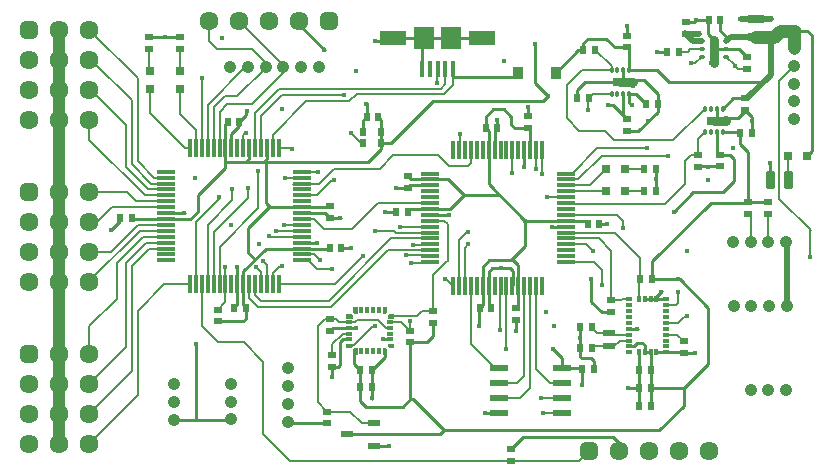
<source format=gtl>
G04 Generated by Ultiboard 14.1 *
%FSLAX25Y25*%
%MOIN*%

%ADD10C,0.00001*%
%ADD11C,0.00500*%
%ADD12C,0.01000*%
%ADD13C,0.02000*%
%ADD14C,0.04200*%
%ADD15C,0.03000*%
%ADD16C,0.00004*%
%ADD17C,0.04000*%
%ADD18R,0.02362X0.02756*%
%ADD19R,0.02756X0.02362*%
%ADD20C,0.01772*%
%ADD21O,0.02559X0.01181*%
%ADD22R,0.02559X0.04921*%
%ADD23R,0.04168X0.01084*%
%ADD24C,0.01666*%
%ADD25C,0.04156*%
%ADD26R,0.03937X0.01969*%
%ADD27C,0.06334*%
%ADD28R,0.02083X0.02083*%
%ADD29C,0.03917*%
%ADD30R,0.01181X0.01969*%
%ADD31R,0.01969X0.01181*%
%ADD32R,0.01969X0.02756*%
%ADD33R,0.03622X0.04252*%
%ADD34R,0.03150X0.03150*%
%ADD35R,0.06102X0.02362*%
%ADD36R,0.03937X0.02362*%
%ADD37R,0.02362X0.01181*%
%ADD38R,0.01181X0.02362*%
%ADD39R,0.01181X0.06102*%
%ADD40R,0.06102X0.01181*%
%ADD41O,0.01181X0.02559*%
%ADD42R,0.04921X0.02559*%
%ADD43R,0.01084X0.04168*%
%ADD44R,0.01575X0.05315*%
%ADD45R,0.07087X0.07480*%
%ADD46R,0.09055X0.05118*%


G04 ColorRGB 00FF00 for the following layer *
%LNCopper Top*%
%LPD*%
G54D10*
G54D11*
X83140Y109226D02*
X83140Y121040D01*
X91200Y129100D01*
X145000Y129100D01*
X146559Y130659D01*
X146559Y135469D01*
X85108Y109226D02*
X85108Y119908D01*
X92300Y127100D01*
X112800Y127100D01*
X143800Y130900D02*
X143800Y135269D01*
X89045Y109226D02*
X89045Y113645D01*
X100200Y124800D01*
X114500Y124800D01*
X117000Y127300D01*
X146100Y127300D01*
X149118Y130318D01*
X149118Y132900D01*
X169301Y132900D02*
X170801Y134400D01*
X79203Y109226D02*
X79203Y113503D01*
X80000Y114300D01*
X98888Y73792D02*
X102808Y73792D01*
X104800Y71800D01*
X135300Y71100D02*
X141226Y71100D01*
X180600Y92800D02*
X186548Y92800D01*
X65400Y132100D02*
X65400Y132600D01*
X73297Y57897D02*
X73297Y69697D01*
X98888Y81667D02*
X90067Y81667D01*
X98888Y79698D02*
X88002Y79698D01*
X91014Y63950D02*
X109950Y63950D01*
X119300Y73300D01*
X133400Y73500D02*
X141067Y73500D01*
X146898Y65700D02*
X149236Y63362D01*
X89045Y67545D02*
X91500Y70000D01*
X92000Y70000D01*
X89045Y63950D02*
X89045Y67545D01*
X87077Y63950D02*
X87077Y70323D01*
X85900Y71500D01*
X135700Y77000D02*
X141220Y77000D01*
X98888Y101352D02*
X104148Y101352D01*
X168900Y101100D02*
X168900Y108617D01*
X224537Y141400D02*
X227400Y141400D01*
X228300Y142300D01*
X232163Y142300D01*
X201994Y135200D02*
X201994Y136443D01*
X196537Y141900D01*
X201994Y127326D02*
X195763Y127326D01*
X244137Y135763D02*
X247200Y135763D01*
X230800Y106937D02*
X230800Y112131D01*
X233194Y114526D01*
X200298Y95100D02*
X186880Y95100D01*
X200298Y102400D02*
X194798Y96900D01*
X186711Y96900D01*
X254300Y77882D02*
X254300Y87363D01*
X248394Y77882D02*
X248394Y86369D01*
X247500Y87263D01*
X220152Y47047D02*
X223853Y47047D01*
X226000Y44900D01*
X201100Y47631D02*
X201683Y47047D01*
X207848Y47047D01*
X202900Y43300D02*
X204679Y45079D01*
X207848Y45079D01*
X196137Y43300D02*
X202900Y43300D01*
X196137Y43300D02*
X195437Y42600D01*
X201100Y47631D02*
X197242Y47631D01*
X195400Y49472D01*
X205137Y58537D02*
X205458Y58858D01*
X207848Y58858D01*
X211047Y58858D02*
X211047Y65284D01*
X211463Y65700D01*
X176795Y63362D02*
X176795Y35705D01*
X181600Y30900D01*
X185630Y30900D01*
X174827Y63362D02*
X174827Y29127D01*
X171600Y25900D01*
X164370Y25900D01*
X172858Y63362D02*
X172858Y33258D01*
X170500Y30900D01*
X164370Y30900D01*
X166953Y63362D02*
X166953Y42353D01*
X201800Y75000D02*
X197690Y79110D01*
X186638Y79110D01*
X110200Y52300D02*
X111147Y51353D01*
X114510Y47416D02*
X112316Y47416D01*
X108900Y44000D01*
X108900Y40300D01*
X104200Y50000D02*
X106500Y52300D01*
X110200Y52300D01*
X134800Y48400D02*
X131847Y51353D01*
X128290Y51353D01*
X134900Y48400D02*
X134900Y51700D01*
X131600Y83000D02*
X141315Y83000D01*
X213900Y109200D02*
X197300Y109200D01*
X188864Y100764D01*
X186638Y100764D01*
X114631Y43600D02*
X116100Y43600D01*
X122500Y50000D01*
X123000Y50000D01*
X123000Y81600D02*
X129600Y81600D01*
X130200Y81000D01*
X141283Y81000D01*
X111147Y51353D02*
X116453Y51353D01*
X117100Y52000D01*
X124100Y52000D01*
X164370Y35900D02*
X163200Y35900D01*
X155142Y43958D01*
X155142Y63362D01*
X203021Y81079D02*
X211463Y72637D01*
X211463Y65700D01*
X186638Y81079D02*
X203021Y81079D01*
X151500Y114000D02*
X151500Y108933D01*
X98888Y85604D02*
X102896Y85604D01*
X106200Y82300D01*
X115400Y82300D01*
X124021Y90921D01*
X141362Y90921D01*
X98888Y93478D02*
X103778Y93478D01*
X108900Y98600D01*
X109400Y98600D01*
X91014Y109226D02*
X95274Y109226D01*
X186638Y71236D02*
X196064Y71236D01*
X198800Y68500D01*
X198800Y63600D01*
X224000Y61400D02*
X224000Y57500D01*
X223390Y56890D01*
X220152Y56890D01*
X186638Y77142D02*
X193558Y77142D01*
X195700Y75000D01*
X227000Y53000D02*
X226200Y53000D01*
X224184Y50984D01*
X220152Y50984D01*
X151205Y63362D02*
X151205Y78505D01*
X154300Y81600D01*
X153173Y63362D02*
X153173Y76073D01*
X154300Y77200D01*
X164700Y48500D02*
X164700Y63078D01*
X176795Y102395D02*
X176795Y108638D01*
X178764Y108638D02*
X178764Y100636D01*
X67392Y63950D02*
X67392Y83692D01*
X75500Y91800D01*
X75500Y95500D01*
X194300Y121800D02*
X194300Y125863D01*
X195763Y127326D01*
X69360Y63950D02*
X69360Y81160D01*
X80900Y92700D01*
X80900Y95900D01*
X243250Y136650D02*
X244137Y135763D01*
X240159Y139741D02*
X243050Y136850D01*
X228400Y137500D02*
X229922Y137500D01*
X232163Y139741D01*
X85108Y63950D02*
X85108Y67992D01*
X83600Y69500D01*
X192000Y135200D02*
X187000Y130200D01*
X187000Y119200D01*
X191300Y114900D01*
X199800Y114900D01*
X202900Y111800D01*
X222594Y111800D01*
X233194Y122400D01*
X98888Y71824D02*
X100776Y71824D01*
X103700Y68900D01*
X108900Y68900D01*
X201800Y58537D02*
X201800Y75000D01*
X201800Y58537D02*
X205137Y58537D01*
X65423Y63950D02*
X65423Y49877D01*
X70700Y44600D01*
X79400Y44600D01*
X85900Y38100D01*
X85900Y13800D01*
X205900Y85000D02*
X203916Y86984D01*
X186638Y86984D01*
X205900Y82700D02*
X205900Y85000D01*
X128290Y49384D02*
X126716Y49384D01*
X124100Y52000D01*
X71329Y76429D02*
X84200Y89300D01*
X71329Y63950D02*
X71329Y76429D01*
X84200Y89300D02*
X84200Y101400D01*
X65400Y118600D02*
X65400Y132100D01*
X141362Y85016D02*
X146284Y85016D01*
X147400Y83900D01*
X131121Y53321D02*
X128290Y53321D01*
X131150Y53350D02*
X137250Y53350D01*
X138900Y55000D01*
X142600Y55000D01*
X104615Y97415D02*
X109500Y102300D01*
X124800Y102300D01*
X129300Y106800D01*
X144200Y106800D01*
X155142Y104242D02*
X155142Y108638D01*
X147700Y103300D02*
X154200Y103300D01*
X144200Y106800D02*
X147700Y103300D01*
X154200Y103300D02*
X155142Y104242D01*
X95837Y97415D02*
X104615Y97415D01*
X119198Y110800D02*
X118600Y110800D01*
X115200Y114200D01*
X63455Y84555D02*
X71300Y92400D01*
X63455Y63950D02*
X63455Y84555D01*
X71300Y92400D02*
X71300Y93000D01*
X185630Y20900D02*
X179300Y20900D01*
X185630Y25900D02*
X178300Y25900D01*
X220917Y106683D02*
X198783Y106683D01*
X190895Y98795D02*
X186638Y98795D01*
X198783Y106683D02*
X190895Y98795D01*
X186938Y90621D02*
X219721Y90621D01*
X226700Y97600D01*
X226500Y97400D02*
X226500Y105100D01*
X228337Y106937D01*
X230800Y106937D01*
X47800Y142313D02*
X47800Y135200D01*
X201994Y135200D02*
X192000Y135200D01*
X206400Y102400D02*
X212863Y102400D01*
X206400Y95100D02*
X212963Y95100D01*
X122728Y17540D02*
X118760Y17540D01*
X114900Y21400D01*
X107300Y21400D01*
X104200Y24500D01*
X104200Y50000D01*
X142600Y55000D02*
X142600Y66800D01*
X147300Y71500D01*
X147400Y71500D01*
X147400Y83900D02*
X147400Y71500D01*
X82200Y142200D02*
X70500Y142200D01*
X67900Y144800D01*
X67900Y151700D01*
X86706Y136006D02*
X86706Y137694D01*
X82200Y142200D01*
X92611Y134211D02*
X92611Y136989D01*
X77900Y151700D01*
X94900Y4800D02*
X169000Y4800D01*
X85900Y13800D02*
X94900Y4800D01*
X168400Y4900D02*
X191100Y4900D01*
X194400Y8200D01*
X257800Y131476D02*
X262918Y136594D01*
X268400Y81800D02*
X257800Y92400D01*
X257800Y131476D01*
X260900Y98800D02*
X260900Y106500D01*
X268000Y73000D02*
X268000Y82200D01*
X58000Y142313D02*
X58000Y135000D01*
X61486Y63950D02*
X52950Y63950D01*
X44000Y55000D01*
X44000Y26783D01*
X27917Y10700D01*
X81171Y63950D02*
X81171Y59429D01*
X84300Y56300D01*
X108600Y56300D01*
X127473Y75173D01*
X141362Y75173D01*
X83140Y63950D02*
X83140Y60260D01*
X85000Y58400D01*
X107800Y58400D01*
X128510Y79110D01*
X141362Y79110D01*
X71329Y109226D02*
X71329Y121329D01*
X73800Y123800D01*
X82200Y123800D01*
X92611Y134211D01*
X69360Y109226D02*
X69360Y122960D01*
X73000Y126600D01*
X77300Y126600D01*
X86706Y136006D01*
X67392Y109226D02*
X67392Y123592D01*
X79918Y136118D01*
X80800Y136118D01*
X65423Y109226D02*
X65423Y118577D01*
X65400Y118600D01*
X53612Y99383D02*
X49617Y99383D01*
X44000Y105000D01*
X44000Y132504D01*
X27917Y148588D01*
X53612Y97415D02*
X48585Y97415D01*
X42000Y104000D01*
X42000Y125300D01*
X29217Y138083D01*
X27917Y138083D01*
X53612Y95446D02*
X47554Y95446D01*
X40000Y103000D01*
X40000Y117000D01*
X28412Y128588D01*
X53612Y93478D02*
X46522Y93478D01*
X27917Y112083D01*
X27917Y118588D01*
X53612Y91509D02*
X43491Y91509D01*
X40356Y94644D01*
X27917Y94644D01*
X53612Y89541D02*
X35459Y89541D01*
X30563Y84644D01*
X27917Y84644D01*
X53612Y83635D02*
X44221Y83635D01*
X35230Y74644D01*
X27917Y74644D01*
X53612Y81667D02*
X44666Y81666D01*
X27917Y64917D01*
X53612Y79698D02*
X45698Y79698D01*
X37000Y71000D01*
X37000Y59000D01*
X27917Y49917D01*
X27917Y40700D01*
X53612Y77730D02*
X46729Y77729D01*
X40000Y71000D01*
X40000Y42783D01*
X27917Y30700D01*
X53612Y75761D02*
X47761Y75761D01*
X42000Y70000D01*
X42000Y34800D01*
X34000Y26800D01*
X34000Y26783D02*
X27917Y20700D01*
X73297Y117297D02*
X74000Y118000D01*
X92818Y83582D02*
X98835Y83582D01*
X98888Y99383D02*
X93283Y99383D01*
X63455Y109226D02*
X63455Y115345D01*
X58100Y120700D01*
X58100Y128798D01*
X61486Y109226D02*
X59874Y109226D01*
X48000Y121100D01*
X48000Y128898D01*
X73297Y57897D02*
X70800Y55400D01*
X38063Y86000D02*
X38063Y85063D01*
G54D12*
X149118Y132900D02*
X169301Y132900D01*
X77937Y118000D02*
X80300Y120363D01*
X80300Y121900D01*
X42396Y85604D02*
X61604Y85604D01*
X64100Y88100D01*
X81171Y109226D02*
X81171Y105471D01*
X80200Y104500D01*
X87077Y109226D02*
X87077Y105577D01*
X86000Y104500D01*
X73297Y104500D02*
X86000Y104500D01*
X79203Y56797D02*
X79203Y68303D01*
X86661Y75761D01*
X107761Y75761D01*
X98888Y77730D02*
X103730Y77730D01*
X111937Y76000D02*
X115100Y76000D01*
X86050Y104550D02*
X120750Y104550D01*
X125300Y109100D01*
X87841Y89541D02*
X107541Y89541D01*
X87841Y89541D02*
X80900Y82600D01*
X80900Y74400D01*
X83100Y72200D01*
X135205Y98795D02*
X134000Y100000D01*
X141362Y96827D02*
X134764Y96827D01*
X134000Y96063D01*
X134953Y88953D02*
X134000Y88000D01*
X161047Y114953D02*
X160000Y116000D01*
X163016Y108638D02*
X163016Y115079D01*
X163937Y116000D01*
X174827Y115173D02*
X174000Y116000D01*
X163937Y116000D02*
X163937Y118537D01*
X174000Y119937D02*
X174000Y122800D01*
X197937Y84000D02*
X200400Y84000D01*
X161047Y56890D02*
X161937Y56000D01*
X170890Y56890D02*
X170000Y56000D01*
X263218Y148306D02*
X267194Y148306D01*
X230100Y151900D02*
X234163Y151900D01*
X236100Y145300D02*
X234200Y147200D01*
X234200Y151937D01*
X237000Y137700D02*
X235200Y137700D01*
X238300Y148296D02*
X240037Y146559D01*
X240037Y144859D01*
X238300Y152100D02*
X238300Y148296D01*
X220600Y141400D02*
X217200Y141400D01*
X183399Y134400D02*
X190899Y141900D01*
X192600Y141900D01*
X192600Y144300D01*
X194000Y145700D01*
X200300Y145700D01*
X203200Y142800D01*
X207300Y142800D01*
X190600Y126100D02*
X190600Y128600D01*
X193200Y131200D01*
X205931Y135200D02*
X205931Y132231D01*
X207900Y127326D02*
X210074Y127326D01*
X213400Y124000D01*
X205931Y127326D02*
X205931Y120169D01*
X207300Y146737D02*
X207300Y150100D01*
X207900Y142200D02*
X207900Y135200D01*
X236100Y142300D02*
X244600Y142300D01*
X247200Y139700D01*
X207900Y135200D02*
X217300Y135200D01*
X221250Y131250D01*
X252650Y131250D01*
X239100Y114526D02*
X244474Y114526D01*
X248737Y114200D02*
X248737Y119763D01*
X246600Y121900D01*
X237131Y114526D02*
X237131Y107969D01*
X238000Y107100D01*
X237131Y119431D02*
X237131Y122400D01*
X204900Y131200D02*
X193200Y131200D01*
X230963Y103163D02*
X238000Y103163D01*
X247500Y91200D02*
X254200Y91200D01*
X244800Y114200D02*
X244800Y110500D01*
X247500Y107800D01*
X247500Y91200D01*
X217337Y127363D02*
X212800Y131900D01*
X209300Y131900D01*
X207100Y115063D02*
X210963Y115063D01*
X217337Y121437D01*
X217337Y127363D01*
X216953Y41142D02*
X225821Y41142D01*
X226000Y40963D02*
X229863Y40963D01*
X191463Y49472D02*
X191463Y42637D01*
X207848Y49016D02*
X210684Y49016D01*
X213016Y58858D02*
X220152Y58858D01*
X213016Y41142D02*
X214984Y41142D01*
X207848Y43110D02*
X209410Y43110D01*
X210500Y44200D01*
X212300Y44200D01*
X213016Y43484D01*
X213016Y41142D01*
X215167Y23200D02*
X215167Y40959D01*
X211230Y23200D02*
X211230Y40959D01*
X211167Y29200D02*
X207600Y29200D01*
X185630Y35900D02*
X192100Y35900D01*
X191500Y42600D02*
X191500Y39700D01*
X192000Y39200D01*
X195300Y39200D01*
X196237Y38263D01*
X196237Y35700D01*
X170000Y52063D02*
X170000Y48300D01*
X186638Y83047D02*
X181947Y83047D01*
X215400Y65700D02*
X215400Y71500D01*
X235000Y91100D01*
X247400Y91100D01*
X215400Y65700D02*
X224700Y65700D01*
X234300Y56100D01*
X234300Y37300D01*
X226200Y29200D01*
X215104Y29200D01*
X118200Y35400D02*
X116200Y37400D01*
X116200Y41231D01*
X122137Y35400D02*
X126321Y39584D01*
X122137Y25637D02*
X122137Y35400D01*
X126321Y39584D02*
X126321Y41510D01*
X128290Y45447D02*
X125747Y45447D01*
X109221Y49384D02*
X108200Y48363D01*
X114510Y45447D02*
X112447Y45447D01*
X111600Y44600D01*
X111600Y37100D01*
X110863Y36363D01*
X108900Y36363D01*
X108900Y33000D01*
X216953Y59753D02*
X218800Y61600D01*
X109221Y49384D02*
X116784Y49384D01*
X172858Y108638D02*
X172858Y102958D01*
X168600Y117100D02*
X169700Y116000D01*
X174000Y116000D01*
X169300Y71900D02*
X170890Y70310D01*
X170890Y56890D02*
X170890Y70310D01*
X159079Y69679D02*
X161300Y71900D01*
X169300Y71900D01*
X159079Y57079D02*
X159079Y69679D01*
X161047Y56890D02*
X161047Y67947D01*
X162300Y69200D01*
X168200Y69200D01*
X169000Y68400D01*
X169000Y63441D01*
X174827Y108638D02*
X174827Y115173D01*
X173184Y85016D02*
X192984Y85016D01*
X173184Y85016D02*
X161047Y97153D01*
X161047Y114953D01*
X135205Y98795D02*
X147405Y98795D01*
X152650Y93550D01*
X164650Y93550D01*
X134953Y88953D02*
X148053Y88953D01*
X152650Y93550D01*
X168600Y71900D02*
X173184Y76484D01*
X173184Y85016D01*
X130063Y88000D02*
X126300Y88000D01*
X134000Y96063D02*
X130037Y96063D01*
X141362Y86984D02*
X147916Y86984D01*
X229300Y94500D02*
X239200Y94500D01*
X242900Y98200D01*
X242900Y105600D01*
X241400Y107100D01*
X238000Y107100D01*
X125300Y110800D02*
X128500Y110800D01*
X142500Y124800D01*
X179100Y124800D01*
X180800Y126500D01*
X200700Y123600D02*
X202500Y123600D01*
X207100Y119000D01*
X207900Y127326D02*
X207900Y124400D01*
X208700Y123600D01*
X63500Y43800D02*
X63500Y18794D01*
X63400Y18694D01*
X86800Y104550D02*
X86800Y90841D01*
X88100Y89541D01*
X195300Y65500D02*
X195300Y58000D01*
X198700Y54600D01*
X201800Y54600D01*
X185630Y35900D02*
X185630Y39270D01*
X182600Y42300D01*
X157700Y49800D02*
X157700Y55700D01*
X159079Y57079D01*
X226000Y29200D02*
X226000Y23300D01*
X192200Y30300D02*
X192200Y35600D01*
X64100Y93500D02*
X73297Y102697D01*
X73297Y117297D01*
X64100Y88100D02*
X64100Y93500D01*
X138882Y135469D02*
X138882Y145409D01*
X129236Y146000D02*
X158764Y146000D01*
X134900Y44463D02*
X140563Y44463D01*
X142600Y46500D01*
X142600Y51063D01*
X226700Y151337D02*
X229737Y151337D01*
X164370Y20900D02*
X159600Y20900D01*
X229300Y94500D02*
X222800Y88000D01*
X47800Y146250D02*
X58100Y146250D01*
X216800Y95200D02*
X216800Y102400D01*
X246600Y121500D02*
X244300Y119200D01*
X240000Y119200D01*
X239100Y122400D02*
X242537Y125837D01*
X246600Y125837D01*
X134900Y25500D02*
X134900Y44463D01*
X118200Y25000D02*
X118200Y35400D01*
X118200Y25000D02*
X120100Y23100D01*
X132500Y23100D01*
X134900Y25500D01*
X113672Y13800D02*
X144900Y13800D01*
X122728Y10060D02*
X127140Y10060D01*
X107300Y17463D02*
X94744Y17463D01*
X204400Y8200D02*
X204400Y10800D01*
X202400Y12800D02*
X172363Y12800D01*
X168400Y8837D01*
X204400Y10800D02*
X202400Y12800D01*
X160000Y116000D02*
X160000Y119700D01*
X162500Y122200D01*
X166100Y122200D01*
X168600Y119700D01*
X168600Y119500D02*
X168600Y117100D01*
X268700Y146800D02*
X268700Y108198D01*
X267002Y106500D01*
X254800Y98700D02*
X254800Y104500D01*
X129236Y146000D02*
X128236Y145000D01*
X122900Y145000D01*
X217900Y15200D02*
X146300Y15200D01*
X226000Y23300D02*
X217900Y15200D01*
X144900Y13800D02*
X146300Y15200D01*
X135800Y25700D01*
X134900Y25700D01*
X267194Y148306D02*
X268700Y146800D01*
X106350Y141950D02*
X97900Y150400D01*
X97900Y151700D02*
X97900Y150400D01*
X176400Y143900D02*
X176500Y143800D01*
X176400Y143800D02*
X176400Y130900D01*
X180800Y126500D01*
X119198Y114540D02*
X119198Y118535D01*
X120363Y119700D01*
X124016Y119700D02*
X124300Y119700D01*
X125300Y109100D02*
X125300Y118700D01*
X124300Y119700D01*
X120363Y119700D02*
X120363Y124263D01*
X120500Y124400D01*
X79203Y56797D02*
X80000Y56000D01*
X80000Y52300D02*
X80000Y56000D01*
X79163Y51463D02*
X80000Y52300D01*
X70800Y51463D02*
X79163Y51463D01*
X56282Y18694D02*
X74982Y18694D01*
X77234Y57171D02*
X77234Y69566D01*
X77234Y57171D02*
X76063Y56000D01*
X98888Y87572D02*
X106491Y87572D01*
X108000Y86063D01*
X111637Y86063D01*
X75266Y109226D02*
X75266Y113829D01*
X77937Y116500D01*
X77937Y118000D01*
X53612Y87572D02*
X59672Y87572D01*
X38063Y85063D02*
X35000Y82000D01*
G54D13*
X245200Y152400D02*
X255200Y152400D01*
X240159Y144859D02*
X241700Y146400D01*
X249900Y146400D01*
X232163Y144859D02*
X229241Y144859D01*
X255000Y133600D02*
X255000Y146400D01*
X247237Y125837D02*
X255000Y133600D01*
X226600Y147500D02*
X229241Y144859D01*
X260406Y56482D02*
X260406Y77682D01*
X226700Y147400D02*
X231200Y147400D01*
G54D14*
X258206Y148306D02*
X256300Y146400D01*
X263218Y148306D02*
X258206Y148306D01*
X256300Y146400D02*
X249900Y146400D01*
X262918Y148406D02*
X262918Y142500D01*
G54D15*
X236100Y137600D02*
X236100Y145300D01*
X204900Y131200D02*
X209300Y131200D01*
X236100Y118400D02*
X240300Y118400D01*
G54D16*
G36*
X113526Y42888D02*
X113526Y42888D01*
X113526Y44069D01*
X115494Y44069D01*
X115494Y43282D01*
X115101Y42888D01*
X113526Y42888D01*
D02*
G37*
X113526Y44069D01*
X115494Y44069D01*
X115494Y43282D01*
X115101Y42888D01*
X113526Y42888D01*
G36*
X115888Y40526D02*
X115888Y40526D01*
X117069Y40526D01*
X117069Y42494D01*
X116282Y42494D01*
X115888Y42101D01*
X115888Y40526D01*
D02*
G37*
X117069Y40526D01*
X117069Y42494D01*
X116282Y42494D01*
X115888Y42101D01*
X115888Y40526D01*
G36*
X126912Y40526D02*
X126912Y40526D01*
X125731Y40526D01*
X125731Y42494D01*
X126518Y42494D01*
X126912Y42101D01*
X126912Y40526D01*
D02*
G37*
X125731Y40526D01*
X125731Y42494D01*
X126518Y42494D01*
X126912Y42101D01*
X126912Y40526D01*
G36*
X129274Y42888D02*
X129274Y42888D01*
X129274Y44069D01*
X127306Y44069D01*
X127306Y43282D01*
X127699Y42888D01*
X129274Y42888D01*
D02*
G37*
X129274Y44069D01*
X127306Y44069D01*
X127306Y43282D01*
X127699Y42888D01*
X129274Y42888D01*
G36*
X115888Y56274D02*
X115888Y56274D01*
X117069Y56274D01*
X117069Y54306D01*
X116282Y54306D01*
X115888Y54699D01*
X115888Y56274D01*
D02*
G37*
X117069Y56274D01*
X117069Y54306D01*
X116282Y54306D01*
X115888Y54699D01*
X115888Y56274D01*
G36*
X113526Y53912D02*
X113526Y53912D01*
X113526Y52731D01*
X115494Y52731D01*
X115494Y53518D01*
X115101Y53912D01*
X113526Y53912D01*
D02*
G37*
X113526Y52731D01*
X115494Y52731D01*
X115494Y53518D01*
X115101Y53912D01*
X113526Y53912D01*
G36*
X126912Y56274D02*
X126912Y56274D01*
X125731Y56274D01*
X125731Y54306D01*
X126518Y54306D01*
X126912Y54699D01*
X126912Y56274D01*
D02*
G37*
X125731Y56274D01*
X125731Y54306D01*
X126518Y54306D01*
X126912Y54699D01*
X126912Y56274D01*
G36*
X129274Y53912D02*
X129274Y53912D01*
X129274Y52731D01*
X127306Y52731D01*
X127306Y53518D01*
X127699Y53912D01*
X129274Y53912D01*
D02*
G37*
X129274Y52731D01*
X127306Y52731D01*
X127306Y53518D01*
X127699Y53912D01*
X129274Y53912D01*
G54D17*
X17917Y148588D02*
X17917Y20700D01*
X17917Y10700D01*
G54D18*
X77937Y118000D03*
X74000Y118000D03*
X108000Y76000D03*
X111937Y76000D03*
X160000Y116000D03*
X163937Y116000D03*
X197937Y84000D03*
X194000Y84000D03*
X217337Y124000D03*
X213400Y124000D03*
X192600Y141900D03*
X196537Y141900D03*
X220600Y141400D03*
X224537Y141400D03*
X244800Y114200D03*
X248737Y114200D03*
X215104Y29200D03*
X211167Y29200D03*
X192300Y35700D03*
X196237Y35700D03*
X191500Y42600D03*
X195437Y42600D03*
X161937Y56000D03*
X158000Y56000D03*
X118200Y29600D03*
X122137Y29600D03*
X122137Y35400D03*
X118200Y35400D03*
X215167Y23200D03*
X211230Y23200D03*
X215167Y35200D03*
X211230Y35200D03*
X191463Y49472D03*
X195400Y49472D03*
X76063Y56000D03*
X80000Y56000D03*
X211463Y65700D03*
X215400Y65700D03*
X38063Y86000D03*
X42000Y86000D03*
X238300Y152100D03*
X234363Y152100D03*
X190600Y126100D03*
X194537Y126100D03*
X134000Y88000D03*
X130063Y88000D03*
X212863Y102400D03*
X216800Y102400D03*
X216900Y95100D03*
X212963Y95100D03*
X120363Y119700D03*
X124300Y119700D03*
G54D19*
X108000Y86063D03*
X108000Y90000D03*
X226000Y44900D03*
X226000Y40963D03*
X201800Y54600D03*
X201800Y58537D03*
X254300Y91300D03*
X254300Y87363D03*
X207300Y142800D03*
X207300Y146737D03*
X142600Y55000D03*
X142600Y51063D03*
X174000Y119937D03*
X174000Y116000D03*
X207100Y119000D03*
X207100Y115063D03*
X226700Y147400D03*
X226700Y151337D03*
X247500Y91200D03*
X247500Y87263D03*
X134000Y100000D03*
X134000Y96063D03*
X170000Y52063D03*
X170000Y56000D03*
X70800Y55400D03*
X70800Y51463D03*
X108200Y52300D03*
X108200Y48363D03*
X108900Y36363D03*
X108900Y40300D03*
X134900Y48400D03*
X134900Y44463D03*
X247200Y135763D03*
X247200Y139700D03*
X230800Y103000D03*
X230800Y106937D03*
X238000Y103163D03*
X238000Y107100D03*
X246600Y125837D03*
X246600Y121900D03*
X107300Y21400D03*
X107300Y17463D03*
X47800Y146250D03*
X47800Y142313D03*
X58100Y146250D03*
X58100Y142313D03*
X168400Y4900D03*
X168400Y8837D03*
G54D20*
X112800Y127100D03*
X143800Y130900D03*
X80100Y114300D03*
X115200Y114200D03*
X104800Y71800D03*
X135300Y71100D03*
X71300Y93000D03*
X180600Y92800D03*
X65400Y132600D03*
X73297Y69697D03*
X72000Y146000D03*
X90067Y81667D03*
X87900Y79800D03*
X119300Y73300D03*
X133400Y73500D03*
X92000Y70000D03*
X146600Y65700D03*
X85700Y71500D03*
X84600Y77300D03*
X135700Y77000D03*
X104300Y101200D03*
X168900Y101100D03*
X166800Y42200D03*
X134900Y51700D03*
X131600Y83000D03*
X220917Y106683D03*
X213900Y109200D03*
X123000Y50000D03*
X123000Y81600D03*
X151500Y114000D03*
X109400Y98600D03*
X234200Y98600D03*
X95500Y109000D03*
X242500Y109400D03*
X198800Y63600D03*
X224000Y61400D03*
X195700Y75000D03*
X227000Y53300D03*
X154100Y81400D03*
X154300Y77200D03*
X164700Y48500D03*
X176700Y102300D03*
X180300Y54500D03*
X178764Y100636D03*
X182900Y50100D03*
X75500Y95500D03*
X194300Y121800D03*
X80900Y95900D03*
X116900Y135100D03*
X84000Y101600D03*
X228400Y137500D03*
X83600Y69500D03*
X166100Y138400D03*
X108900Y68900D03*
X268000Y73000D03*
X180800Y126500D03*
X200700Y123600D03*
X208700Y123600D03*
X63500Y43800D03*
X195300Y65500D03*
X182600Y42300D03*
X157700Y49800D03*
X192200Y30300D03*
X179200Y20800D03*
X222700Y88000D03*
X227000Y75000D03*
X178400Y25800D03*
X229400Y147500D03*
X106200Y142100D03*
X92200Y122200D03*
X243200Y136700D03*
X176400Y143800D03*
X92818Y83582D03*
X75082Y83582D03*
X93100Y99200D03*
X63200Y99200D03*
X173200Y85000D03*
X224000Y65700D03*
X231300Y147500D03*
X205900Y82700D03*
X77200Y69500D03*
X111500Y86000D03*
X80400Y121700D03*
X59400Y87500D03*
X103700Y77700D03*
X120300Y124100D03*
X35000Y82000D03*
X115000Y75900D03*
X216700Y98800D03*
X244800Y152300D03*
X255100Y152500D03*
X235200Y137700D03*
X237000Y137700D03*
X230300Y151900D03*
X182000Y83000D03*
X163900Y118500D03*
X130200Y96000D03*
X147800Y86900D03*
X165100Y69200D03*
X172800Y103000D03*
X159700Y20900D03*
X126400Y88000D03*
X170000Y48300D03*
X200500Y84000D03*
X174100Y122800D03*
X234300Y103100D03*
X191500Y46100D03*
X123200Y145000D03*
X207400Y29300D03*
X229700Y41000D03*
X218600Y61400D03*
X210600Y48900D03*
X116700Y49400D03*
X108800Y33000D03*
X122100Y26000D03*
X125800Y45500D03*
X209300Y131900D03*
X209200Y129900D03*
X214300Y118400D03*
X240000Y119200D03*
X240000Y117300D03*
X248700Y118300D03*
X127814Y10000D03*
X207300Y149900D03*
X217300Y141400D03*
X254800Y104300D03*
X53000Y146200D03*
G54D21*
X232163Y144859D03*
X240037Y144859D03*
X232163Y142300D03*
X232163Y139741D03*
X240037Y142300D03*
X240037Y139741D03*
G54D22*
X236100Y142300D03*
G54D23*
X249900Y152400D03*
X249900Y146400D03*
G54D24*
X247816Y151858D02*
X251984Y151858D01*
X251984Y152942D01*
X247816Y152942D01*
X247816Y151858D01*D02*
X247816Y145858D02*
X251984Y145858D01*
X251984Y146942D01*
X247816Y146942D01*
X247816Y145858D01*D02*
X254258Y96616D02*
X255342Y96616D01*
X255342Y100784D01*
X254258Y100784D01*
X254258Y96616D01*D02*
X260258Y96616D02*
X261342Y96616D01*
X261342Y100784D01*
X260258Y100784D01*
X260258Y96616D01*D02*
G54D25*
X248394Y28718D03*
X254300Y28718D03*
X260206Y28718D03*
X56282Y18694D03*
X56282Y24600D03*
X56282Y30506D03*
X75082Y18794D03*
X75082Y24700D03*
X75082Y30606D03*
X260406Y56482D03*
X254500Y56482D03*
X248594Y56482D03*
X242689Y56482D03*
X74894Y136118D03*
X80800Y136118D03*
X86706Y136118D03*
X92611Y136118D03*
X98517Y136118D03*
X104422Y136118D03*
X260206Y77882D03*
X254300Y77882D03*
X248394Y77882D03*
X242489Y77882D03*
X94118Y18089D03*
X94118Y23994D03*
X94118Y29900D03*
X94118Y35806D03*
X262918Y148406D03*
X262918Y142500D03*
X262918Y136594D03*
X262918Y130689D03*
X262918Y124783D03*
X262918Y118878D03*
G54D26*
X201100Y43300D03*
X201100Y47631D03*
G54D27*
X17917Y20700D03*
X17917Y40700D03*
X17917Y30700D03*
X17917Y10700D03*
X7917Y20700D03*
X7917Y30700D03*
X7917Y10700D03*
X27917Y40700D03*
X27917Y30700D03*
X27917Y20700D03*
X27917Y10700D03*
X17917Y74644D03*
X17917Y94644D03*
X17917Y84644D03*
X17917Y64644D03*
X7917Y74644D03*
X7917Y84644D03*
X7917Y64644D03*
X27917Y94644D03*
X27917Y84644D03*
X27917Y74644D03*
X27917Y64644D03*
X17917Y128588D03*
X17917Y148588D03*
X17917Y138588D03*
X17917Y118588D03*
X7917Y128588D03*
X7917Y138588D03*
X7917Y118588D03*
X27917Y148588D03*
X27917Y138588D03*
X27917Y128588D03*
X27917Y118588D03*
X204400Y8200D03*
X214400Y8200D03*
X234400Y8200D03*
X224400Y8200D03*
X97900Y151700D03*
X87900Y151700D03*
X67900Y151700D03*
X77900Y151700D03*
G54D28*
X7917Y40700D03*
X7917Y94644D03*
X7917Y148588D03*
X194400Y8200D03*
X107900Y151700D03*
G54D29*
X6876Y39659D02*
X8958Y39659D01*
X8958Y41741D01*
X6876Y41741D01*
X6876Y39659D01*D02*
X6876Y93603D02*
X8958Y93603D01*
X8958Y95685D01*
X6876Y95685D01*
X6876Y93603D01*D02*
X6876Y147547D02*
X8958Y147547D01*
X8958Y149629D01*
X6876Y149629D01*
X6876Y147547D01*D02*
X193359Y7159D02*
X195441Y7159D01*
X195441Y9241D01*
X193359Y9241D01*
X193359Y7159D01*D02*
X106859Y150659D02*
X108941Y150659D01*
X108941Y152741D01*
X106859Y152741D01*
X106859Y150659D01*D02*
G54D30*
X118447Y41510D03*
X120416Y41510D03*
X122384Y41510D03*
X124353Y41510D03*
X118447Y55290D03*
X120416Y55290D03*
X122384Y55290D03*
X124353Y55290D03*
G54D31*
X114510Y47416D03*
X114510Y45447D03*
X128290Y47416D03*
X128290Y45447D03*
X114510Y49384D03*
X114510Y51353D03*
X128290Y49384D03*
X128290Y51353D03*
G54D32*
X125300Y110800D03*
X119198Y110800D03*
X119198Y114540D03*
X125300Y114540D03*
G54D33*
X170801Y134400D03*
X183399Y134400D03*
G54D34*
X206400Y102400D03*
X200298Y102400D03*
X200298Y95100D03*
X206400Y95100D03*
X48000Y128898D03*
X48000Y135000D03*
X58000Y135000D03*
X58000Y128898D03*
X267002Y106500D03*
X260900Y106500D03*
G54D35*
X164370Y25900D03*
X164370Y20900D03*
X185630Y25900D03*
X185630Y20900D03*
X164370Y30900D03*
X185630Y30900D03*
X164370Y35900D03*
X185630Y35900D03*
G54D36*
X113672Y13800D03*
X122728Y10060D03*
X122728Y17540D03*
G54D37*
X207848Y45079D03*
X207848Y41142D03*
X207848Y43110D03*
X220152Y43110D03*
X220152Y41142D03*
X220152Y45079D03*
X207848Y52953D03*
X207848Y47047D03*
X207848Y49016D03*
X207848Y50984D03*
X220152Y47047D03*
X220152Y50984D03*
X220152Y49016D03*
X220152Y52953D03*
X207848Y54921D03*
X207848Y56890D03*
X207848Y58858D03*
X220152Y54921D03*
X220152Y56890D03*
X220152Y58858D03*
G54D38*
X211047Y41142D03*
X214984Y41142D03*
X213016Y41142D03*
X216953Y41142D03*
X211047Y58858D03*
X214984Y58858D03*
X213016Y58858D03*
X216953Y58858D03*
G54D39*
X63455Y63950D03*
X61486Y63950D03*
X67392Y63950D03*
X65423Y63950D03*
X71329Y63950D03*
X69360Y63950D03*
X75266Y63950D03*
X73297Y63950D03*
X79203Y63950D03*
X77234Y63950D03*
X83140Y63950D03*
X81171Y63950D03*
X87077Y63950D03*
X85108Y63950D03*
X91014Y63950D03*
X89045Y63950D03*
X63455Y109226D03*
X61486Y109226D03*
X67392Y109226D03*
X65423Y109226D03*
X71329Y109226D03*
X69360Y109226D03*
X75266Y109226D03*
X73297Y109226D03*
X79203Y109226D03*
X77234Y109226D03*
X83140Y109226D03*
X81171Y109226D03*
X87077Y109226D03*
X85108Y109226D03*
X91014Y109226D03*
X89045Y109226D03*
X149236Y63362D03*
X151205Y63362D03*
X155142Y63362D03*
X153173Y63362D03*
X157110Y63362D03*
X159079Y63362D03*
X163016Y63362D03*
X161047Y63362D03*
X164984Y63362D03*
X166953Y63362D03*
X170890Y63362D03*
X168921Y63362D03*
X172858Y63362D03*
X174827Y63362D03*
X178764Y63362D03*
X176795Y63362D03*
X149236Y108638D03*
X151205Y108638D03*
X155142Y108638D03*
X153173Y108638D03*
X157110Y108638D03*
X159079Y108638D03*
X163016Y108638D03*
X161047Y108638D03*
X164984Y108638D03*
X166953Y108638D03*
X170890Y108638D03*
X168921Y108638D03*
X172858Y108638D03*
X174827Y108638D03*
X178764Y108638D03*
X176795Y108638D03*
G54D40*
X53612Y71824D03*
X98888Y71824D03*
X53612Y75761D03*
X53612Y79698D03*
X53612Y77730D03*
X53612Y73792D03*
X98888Y75761D03*
X98888Y77730D03*
X98888Y79698D03*
X98888Y73792D03*
X53612Y83635D03*
X53612Y85604D03*
X53612Y87572D03*
X53612Y81667D03*
X98888Y83635D03*
X98888Y85604D03*
X98888Y87572D03*
X98888Y81667D03*
X53612Y91509D03*
X53612Y95446D03*
X53612Y93478D03*
X53612Y89541D03*
X98888Y91509D03*
X98888Y93478D03*
X98888Y95446D03*
X98888Y89541D03*
X53612Y99383D03*
X53612Y101352D03*
X53612Y97415D03*
X98888Y99383D03*
X98888Y101352D03*
X98888Y97415D03*
X141362Y71236D03*
X186638Y71236D03*
X141362Y79110D03*
X141362Y77142D03*
X141362Y75173D03*
X141362Y73205D03*
X186638Y75173D03*
X186638Y77142D03*
X186638Y79110D03*
X186638Y73205D03*
X141362Y86984D03*
X141362Y85016D03*
X141362Y83047D03*
X141362Y81079D03*
X186638Y86984D03*
X186638Y83047D03*
X186638Y85016D03*
X186638Y81079D03*
X141362Y94858D03*
X141362Y92890D03*
X141362Y90921D03*
X141362Y88953D03*
X186638Y90921D03*
X186638Y92890D03*
X186638Y94858D03*
X186638Y88953D03*
X141362Y100764D03*
X141362Y98795D03*
X141362Y96827D03*
X186638Y98795D03*
X186638Y100764D03*
X186638Y96827D03*
G54D41*
X235163Y114526D03*
X237131Y122400D03*
X239100Y122400D03*
X233194Y114526D03*
X237131Y114526D03*
X239100Y114526D03*
X233194Y122400D03*
X235163Y122400D03*
X207900Y127326D03*
X203963Y127326D03*
X207900Y135200D03*
X201994Y127326D03*
X201994Y135200D03*
X203963Y135200D03*
X205931Y135200D03*
X205931Y127326D03*
G54D42*
X236100Y118400D03*
X204900Y131200D03*
G54D43*
X254800Y98700D03*
X260800Y98700D03*
G54D44*
X141441Y135469D03*
X138882Y135469D03*
X144000Y135469D03*
X149118Y135469D03*
X146559Y135469D03*
G54D45*
X139472Y146000D03*
X148528Y146000D03*
G54D46*
X129236Y146000D03*
X158764Y146000D03*

M02*

</source>
